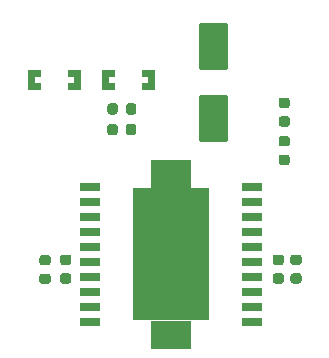
<source format=gbr>
%TF.GenerationSoftware,KiCad,Pcbnew,5.99.0-unknown-ad88874~101~ubuntu20.04.1*%
%TF.CreationDate,2020-05-19T21:45:08-04:00*%
%TF.ProjectId,L6205,4c363230-352e-46b6-9963-61645f706362,rev?*%
%TF.SameCoordinates,Original*%
%TF.FileFunction,Paste,Top*%
%TF.FilePolarity,Positive*%
%FSLAX46Y46*%
G04 Gerber Fmt 4.6, Leading zero omitted, Abs format (unit mm)*
G04 Created by KiCad (PCBNEW 5.99.0-unknown-ad88874~101~ubuntu20.04.1) date 2020-05-19 21:45:08*
%MOMM*%
%LPD*%
G01*
G04 APERTURE LIST*
%ADD10R,1.700000X0.700000*%
%ADD11R,6.400000X11.270000*%
%ADD12R,3.400000X2.415000*%
G04 APERTURE END LIST*
D10*
%TO.C,U1*%
X115578000Y-114421502D03*
D11*
X122428000Y-120136502D03*
D10*
X115578000Y-115691502D03*
X115578000Y-116961502D03*
X115578000Y-118231502D03*
X115578000Y-119501502D03*
X115578000Y-120771502D03*
X115578000Y-122041502D03*
X115578000Y-123311502D03*
X115578000Y-124581502D03*
X115578000Y-125851502D03*
X129278000Y-125851502D03*
X129278000Y-124581502D03*
X129278000Y-123311502D03*
X129278000Y-122041502D03*
X129278000Y-120771502D03*
X129278000Y-119501502D03*
X129278000Y-118231502D03*
X129278000Y-116961502D03*
X129278000Y-115691502D03*
X129278000Y-114421502D03*
D12*
X122428000Y-113294002D03*
X122428000Y-126979002D03*
%TD*%
%TO.C,D2*%
G36*
X116550001Y-104561502D02*
G01*
X117650000Y-104561503D01*
X117650000Y-105136503D01*
X117150000Y-105136503D01*
X117149999Y-105636502D01*
X117650000Y-105636502D01*
X117649999Y-106211502D01*
X116550000Y-106211502D01*
X116550001Y-104561502D01*
G37*
G36*
X121050000Y-106211502D02*
G01*
X119950000Y-106211502D01*
X119950000Y-105636502D01*
X120450000Y-105636502D01*
X120450000Y-105136502D01*
X119950000Y-105136502D01*
X119950000Y-104561502D01*
X121050000Y-104561502D01*
X121050000Y-106211502D01*
G37*
%TD*%
%TO.C,D1*%
G36*
X110300001Y-104561502D02*
G01*
X111400000Y-104561503D01*
X111400000Y-105136503D01*
X110900000Y-105136503D01*
X110899999Y-105636502D01*
X111400000Y-105636502D01*
X111399999Y-106211502D01*
X110300000Y-106211502D01*
X110300001Y-104561502D01*
G37*
G36*
X114800000Y-106211502D02*
G01*
X113700000Y-106211502D01*
X113700000Y-105636502D01*
X114200000Y-105636502D01*
X114200000Y-105136502D01*
X113700000Y-105136502D01*
X113700000Y-104561502D01*
X114800000Y-104561502D01*
X114800000Y-106211502D01*
G37*
%TD*%
%TO.C,C4*%
G36*
G01*
X127000000Y-110636502D02*
X125000000Y-110636502D01*
G75*
G02*
X124750000Y-110386502I0J250000D01*
G01*
X124750000Y-106886502D01*
G75*
G02*
X125000000Y-106636502I250000J0D01*
G01*
X127000000Y-106636502D01*
G75*
G02*
X127250000Y-106886502I0J-250000D01*
G01*
X127250000Y-110386502D01*
G75*
G02*
X127000000Y-110636502I-250000J0D01*
G01*
G37*
G36*
G01*
X127000000Y-104536502D02*
X125000000Y-104536502D01*
G75*
G02*
X124750000Y-104286502I0J250000D01*
G01*
X124750000Y-100786502D01*
G75*
G02*
X125000000Y-100536502I250000J0D01*
G01*
X127000000Y-100536502D01*
G75*
G02*
X127250000Y-100786502I0J-250000D01*
G01*
X127250000Y-104286502D01*
G75*
G02*
X127000000Y-104536502I-250000J0D01*
G01*
G37*
%TD*%
%TO.C,R3*%
G36*
G01*
X119475000Y-107564252D02*
X119475000Y-108076752D01*
G75*
G02*
X119256250Y-108295502I-218750J0D01*
G01*
X118818750Y-108295502D01*
G75*
G02*
X118600000Y-108076752I0J218750D01*
G01*
X118600000Y-107564252D01*
G75*
G02*
X118818750Y-107345502I218750J0D01*
G01*
X119256250Y-107345502D01*
G75*
G02*
X119475000Y-107564252I0J-218750D01*
G01*
G37*
G36*
G01*
X117900000Y-107564252D02*
X117900000Y-108076752D01*
G75*
G02*
X117681250Y-108295502I-218750J0D01*
G01*
X117243750Y-108295502D01*
G75*
G02*
X117025000Y-108076752I0J218750D01*
G01*
X117025000Y-107564252D01*
G75*
G02*
X117243750Y-107345502I218750J0D01*
G01*
X117681250Y-107345502D01*
G75*
G02*
X117900000Y-107564252I0J-218750D01*
G01*
G37*
%TD*%
%TO.C,R2*%
G36*
G01*
X133256250Y-122611502D02*
X132743750Y-122611502D01*
G75*
G02*
X132525000Y-122392752I0J218750D01*
G01*
X132525000Y-121955252D01*
G75*
G02*
X132743750Y-121736502I218750J0D01*
G01*
X133256250Y-121736502D01*
G75*
G02*
X133475000Y-121955252I0J-218750D01*
G01*
X133475000Y-122392752D01*
G75*
G02*
X133256250Y-122611502I-218750J0D01*
G01*
G37*
G36*
G01*
X133256250Y-121036502D02*
X132743750Y-121036502D01*
G75*
G02*
X132525000Y-120817752I0J218750D01*
G01*
X132525000Y-120380252D01*
G75*
G02*
X132743750Y-120161502I218750J0D01*
G01*
X133256250Y-120161502D01*
G75*
G02*
X133475000Y-120380252I0J-218750D01*
G01*
X133475000Y-120817752D01*
G75*
G02*
X133256250Y-121036502I-218750J0D01*
G01*
G37*
%TD*%
%TO.C,R1*%
G36*
G01*
X112006250Y-121074002D02*
X111493750Y-121074002D01*
G75*
G02*
X111275000Y-120855252I0J218750D01*
G01*
X111275000Y-120417752D01*
G75*
G02*
X111493750Y-120199002I218750J0D01*
G01*
X112006250Y-120199002D01*
G75*
G02*
X112225000Y-120417752I0J-218750D01*
G01*
X112225000Y-120855252D01*
G75*
G02*
X112006250Y-121074002I-218750J0D01*
G01*
G37*
G36*
G01*
X112006250Y-122649002D02*
X111493750Y-122649002D01*
G75*
G02*
X111275000Y-122430252I0J218750D01*
G01*
X111275000Y-121992752D01*
G75*
G02*
X111493750Y-121774002I218750J0D01*
G01*
X112006250Y-121774002D01*
G75*
G02*
X112225000Y-121992752I0J-218750D01*
G01*
X112225000Y-122430252D01*
G75*
G02*
X112006250Y-122649002I-218750J0D01*
G01*
G37*
%TD*%
%TO.C,C6*%
G36*
G01*
X117025000Y-109826752D02*
X117025000Y-109314252D01*
G75*
G02*
X117243750Y-109095502I218750J0D01*
G01*
X117681250Y-109095502D01*
G75*
G02*
X117900000Y-109314252I0J-218750D01*
G01*
X117900000Y-109826752D01*
G75*
G02*
X117681250Y-110045502I-218750J0D01*
G01*
X117243750Y-110045502D01*
G75*
G02*
X117025000Y-109826752I0J218750D01*
G01*
G37*
G36*
G01*
X118600000Y-109826752D02*
X118600000Y-109314252D01*
G75*
G02*
X118818750Y-109095502I218750J0D01*
G01*
X119256250Y-109095502D01*
G75*
G02*
X119475000Y-109314252I0J-218750D01*
G01*
X119475000Y-109826752D01*
G75*
G02*
X119256250Y-110045502I-218750J0D01*
G01*
X118818750Y-110045502D01*
G75*
G02*
X118600000Y-109826752I0J218750D01*
G01*
G37*
%TD*%
%TO.C,C5*%
G36*
G01*
X131743750Y-110124002D02*
X132256250Y-110124002D01*
G75*
G02*
X132475000Y-110342752I0J-218750D01*
G01*
X132475000Y-110780252D01*
G75*
G02*
X132256250Y-110999002I-218750J0D01*
G01*
X131743750Y-110999002D01*
G75*
G02*
X131525000Y-110780252I0J218750D01*
G01*
X131525000Y-110342752D01*
G75*
G02*
X131743750Y-110124002I218750J0D01*
G01*
G37*
G36*
G01*
X131743750Y-111699002D02*
X132256250Y-111699002D01*
G75*
G02*
X132475000Y-111917752I0J-218750D01*
G01*
X132475000Y-112355252D01*
G75*
G02*
X132256250Y-112574002I-218750J0D01*
G01*
X131743750Y-112574002D01*
G75*
G02*
X131525000Y-112355252I0J218750D01*
G01*
X131525000Y-111917752D01*
G75*
G02*
X131743750Y-111699002I218750J0D01*
G01*
G37*
%TD*%
%TO.C,C3*%
G36*
G01*
X132256250Y-109324002D02*
X131743750Y-109324002D01*
G75*
G02*
X131525000Y-109105252I0J218750D01*
G01*
X131525000Y-108667752D01*
G75*
G02*
X131743750Y-108449002I218750J0D01*
G01*
X132256250Y-108449002D01*
G75*
G02*
X132475000Y-108667752I0J-218750D01*
G01*
X132475000Y-109105252D01*
G75*
G02*
X132256250Y-109324002I-218750J0D01*
G01*
G37*
G36*
G01*
X132256250Y-107749002D02*
X131743750Y-107749002D01*
G75*
G02*
X131525000Y-107530252I0J218750D01*
G01*
X131525000Y-107092752D01*
G75*
G02*
X131743750Y-106874002I218750J0D01*
G01*
X132256250Y-106874002D01*
G75*
G02*
X132475000Y-107092752I0J-218750D01*
G01*
X132475000Y-107530252D01*
G75*
G02*
X132256250Y-107749002I-218750J0D01*
G01*
G37*
%TD*%
%TO.C,C2*%
G36*
G01*
X131243750Y-120161502D02*
X131756250Y-120161502D01*
G75*
G02*
X131975000Y-120380252I0J-218750D01*
G01*
X131975000Y-120817752D01*
G75*
G02*
X131756250Y-121036502I-218750J0D01*
G01*
X131243750Y-121036502D01*
G75*
G02*
X131025000Y-120817752I0J218750D01*
G01*
X131025000Y-120380252D01*
G75*
G02*
X131243750Y-120161502I218750J0D01*
G01*
G37*
G36*
G01*
X131243750Y-121736502D02*
X131756250Y-121736502D01*
G75*
G02*
X131975000Y-121955252I0J-218750D01*
G01*
X131975000Y-122392752D01*
G75*
G02*
X131756250Y-122611502I-218750J0D01*
G01*
X131243750Y-122611502D01*
G75*
G02*
X131025000Y-122392752I0J218750D01*
G01*
X131025000Y-121955252D01*
G75*
G02*
X131243750Y-121736502I218750J0D01*
G01*
G37*
%TD*%
%TO.C,C1*%
G36*
G01*
X113243750Y-121736502D02*
X113756250Y-121736502D01*
G75*
G02*
X113975000Y-121955252I0J-218750D01*
G01*
X113975000Y-122392752D01*
G75*
G02*
X113756250Y-122611502I-218750J0D01*
G01*
X113243750Y-122611502D01*
G75*
G02*
X113025000Y-122392752I0J218750D01*
G01*
X113025000Y-121955252D01*
G75*
G02*
X113243750Y-121736502I218750J0D01*
G01*
G37*
G36*
G01*
X113243750Y-120161502D02*
X113756250Y-120161502D01*
G75*
G02*
X113975000Y-120380252I0J-218750D01*
G01*
X113975000Y-120817752D01*
G75*
G02*
X113756250Y-121036502I-218750J0D01*
G01*
X113243750Y-121036502D01*
G75*
G02*
X113025000Y-120817752I0J218750D01*
G01*
X113025000Y-120380252D01*
G75*
G02*
X113243750Y-120161502I218750J0D01*
G01*
G37*
%TD*%
M02*

</source>
